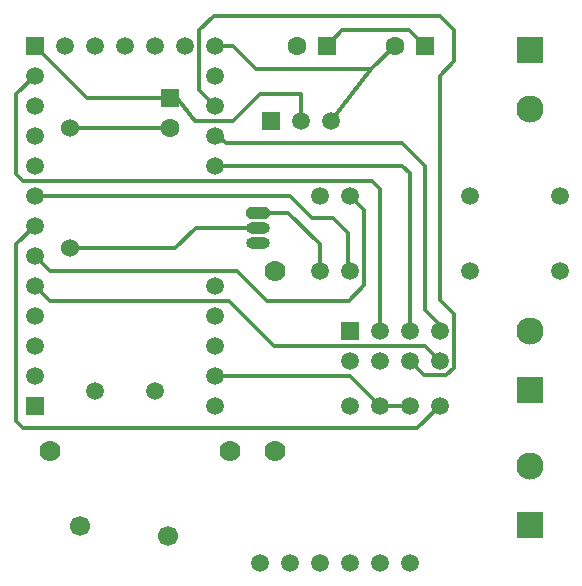
<source format=gtl>
G04 DipTrace 3.0.0.0*
G04 Top.GTL*
%MOIN*%
G04 #@! TF.FileFunction,Copper,L1,Top*
G04 #@! TF.Part,Single*
%AMOUTLINE0*
4,1,8,
-0.029528,0.019685,
-0.03937,0.009843,
-0.03937,-0.009843,
-0.029528,-0.019685,
0.029528,-0.019685,
0.03937,-0.009843,
0.03937,0.009843,
0.029528,0.019685,
-0.029528,0.019685,
0*%
G04 #@! TA.AperFunction,Conductor*
%ADD13C,0.012992*%
G04 #@! TA.AperFunction,ComponentPad*
%ADD16R,0.062992X0.062992*%
%ADD17C,0.062992*%
%ADD18C,0.06*%
%ADD19C,0.06*%
%ADD20R,0.059055X0.059055*%
%ADD21C,0.059055*%
%ADD23O,0.07874X0.03937*%
%ADD24C,0.090551*%
%ADD25R,0.090551X0.090551*%
%ADD26C,0.059055*%
%ADD27C,0.07*%
%ADD28C,0.07*%
%ADD29C,0.066929*%
%ADD65OUTLINE0*%
%FSLAX26Y26*%
G04*
G70*
G90*
G75*
G01*
G04 Top*
%LPD*%
X1388681Y1943701D2*
D13*
Y2031201D1*
X1251181D1*
X1162697Y1942717D1*
X1036224D1*
X976181Y2018701D1*
X951181D1*
X1751181Y993701D2*
X1651181D1*
X1476181Y2193701D2*
X1527165Y2244685D1*
X1750197D1*
X1801181Y2193701D1*
X951181Y2018701D2*
X676181D1*
X501181Y2193701D1*
X1651181Y993701D2*
X1551181Y1093701D1*
X1101181D1*
X1451181Y1443701D2*
Y1531201D1*
X1344930Y1637451D1*
X1244930D1*
X1101181Y2193701D2*
X1163681D1*
X1240650Y2116732D1*
X1624213D1*
X1701181Y2193701D1*
X1624213Y2116732D2*
X1488681Y1943701D1*
X951181Y1918701D2*
X688172D1*
Y1918702D1*
X619930D1*
X501181Y2093701D2*
X438681Y2031201D1*
Y1765366D1*
X461331Y1742717D1*
X1625197D1*
X1651181Y1716732D1*
Y1243701D1*
X1751181D2*
Y1767717D1*
X1725197Y1793701D1*
X1101181D1*
X1851181Y1243701D2*
Y1262451D1*
X1801181Y1312451D1*
Y1793701D1*
X1726181Y1868701D1*
X1138681D1*
X1113681Y1893701D1*
X1101181D1*
Y1993701D2*
X1050201Y2044681D1*
Y2244685D1*
X1099217Y2293701D1*
X1851181D1*
X1900197Y2244685D1*
Y2142717D1*
X1851181Y2093701D1*
Y1346007D1*
X1900197Y1300936D1*
Y1120669D1*
X1874213Y1094685D1*
X1800197D1*
X1751181Y1143701D1*
X501181Y1393701D2*
X552165Y1342717D1*
X1150197D1*
X1300197Y1192717D1*
X1802165D1*
X1851181Y1143701D1*
X501181Y1493701D2*
X552165Y1442717D1*
X1175394D1*
X1274409Y1343701D1*
X1549213D1*
X1600197Y1394685D1*
Y1644685D1*
X1551181Y1693701D1*
X1851181Y993701D2*
X1776181Y918701D1*
X463681D1*
X438681Y943701D1*
Y1531201D1*
X501181Y1593701D1*
Y1693701D2*
X1351181D1*
X1426181Y1618701D1*
X1494932D1*
X1544932Y1568702D1*
Y1443701D1*
X1551181D1*
X619930Y1518702D2*
X970770D1*
X1039520Y1587451D1*
X1244930D1*
D16*
X951181Y2018701D3*
D17*
Y1918701D3*
D16*
X1801181Y2193701D3*
D17*
X1701181D3*
D16*
X1476181D3*
D17*
X1376181D3*
D18*
X619930Y1518702D3*
D19*
Y1918702D3*
D20*
X501181Y993701D3*
D21*
X1101181D3*
X501181Y1093701D3*
X1101181D3*
X501181Y1193701D3*
X1101181D3*
X501181Y1293701D3*
X1101181D3*
X501181Y1393701D3*
X1101181D3*
X501181Y1493701D3*
Y1593701D3*
Y1693701D3*
Y1793701D3*
X1101181D3*
X501181Y1893701D3*
X1101181D3*
X501181Y1993701D3*
X1101181D3*
X501181Y2093701D3*
X1101181D3*
D65*
X1244930Y1637451D3*
D23*
Y1587451D3*
Y1537451D3*
D21*
X1101181Y2193701D3*
X901181Y1043701D3*
D20*
X501181Y2193701D3*
D21*
X701181Y1043701D3*
D24*
X2152756Y792126D3*
D25*
Y595276D3*
D24*
X2151181Y1981201D3*
D25*
Y2178051D3*
D24*
Y1243701D3*
D25*
Y1046850D3*
D21*
X1451181Y1693701D3*
X1551181D3*
X1951181D3*
X2251181D3*
X1451181Y1443701D3*
X1551181D3*
X1951181D3*
X2251181D3*
D20*
X1551181Y1243701D3*
D21*
Y1143701D3*
X1651181Y1243701D3*
Y1143701D3*
X1751181Y1243701D3*
Y1143701D3*
X1851181Y1243701D3*
Y1143701D3*
D26*
X1651181Y993701D3*
X1851181D3*
X1751181D3*
X1551181D3*
X601181Y2193701D3*
X1001181D3*
X901181D3*
X701181D3*
X801181D3*
X1251181Y468701D3*
X1351181D3*
X1451181D3*
X1551181D3*
X1651181D3*
X1751181D3*
D27*
X551181Y843701D3*
D28*
X1151181D3*
D27*
X1301181D3*
D28*
Y1443701D3*
D20*
X1288681Y1943701D3*
D21*
X1388681D3*
X1488681D3*
D29*
X651181Y593701D3*
X946457Y558268D3*
M02*

</source>
